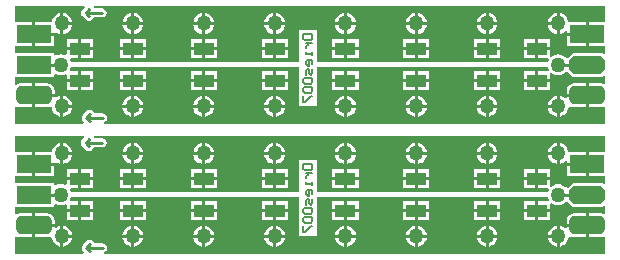
<source format=gbl>
G04 Layer_Physical_Order=2*
G04 Layer_Color=16711680*
%FSLAX23Y23*%
%MOIN*%
G70*
G01*
G75*
%ADD13C,0.010*%
%ADD14C,0.050*%
%ADD15R,0.118X0.060*%
G04:AMPARAMS|DCode=16|XSize=118mil|YSize=60mil|CornerRadius=0mil|HoleSize=0mil|Usage=FLASHONLY|Rotation=0.000|XOffset=0mil|YOffset=0mil|HoleType=Round|Shape=Octagon|*
%AMOCTAGOND16*
4,1,8,0.059,-0.015,0.059,0.015,0.044,0.030,-0.044,0.030,-0.059,0.015,-0.059,-0.015,-0.044,-0.030,0.044,-0.030,0.059,-0.015,0.0*
%
%ADD16OCTAGOND16*%

G04:AMPARAMS|DCode=17|XSize=118mil|YSize=60mil|CornerRadius=15mil|HoleSize=0mil|Usage=FLASHONLY|Rotation=0.000|XOffset=0mil|YOffset=0mil|HoleType=Round|Shape=RoundedRectangle|*
%AMROUNDEDRECTD17*
21,1,0.118,0.030,0,0,0.0*
21,1,0.088,0.060,0,0,0.0*
1,1,0.030,0.044,-0.015*
1,1,0.030,-0.044,-0.015*
1,1,0.030,-0.044,0.015*
1,1,0.030,0.044,0.015*
%
%ADD17ROUNDEDRECTD17*%
%ADD18R,0.067X0.043*%
%ADD19C,0.005*%
G36*
X1777Y188D02*
X1780Y180D01*
X1778Y175D01*
X1745D01*
Y149D01*
X1784D01*
Y167D01*
X1789Y170D01*
X1793Y166D01*
X1802Y163D01*
X1811Y162D01*
X1820Y163D01*
X1829Y166D01*
X1836Y172D01*
X1837Y173D01*
X1844Y174D01*
X1860Y157D01*
X1959D01*
X1964Y162D01*
X1969Y160D01*
Y135D01*
X1964Y133D01*
X1963Y134D01*
X1954Y136D01*
X1914D01*
Y95D01*
Y55D01*
X1954D01*
X1963Y56D01*
X1964Y57D01*
X1969Y55D01*
Y0D01*
X297D01*
X296Y5D01*
X299Y6D01*
X304Y9D01*
X307Y14D01*
X308Y20D01*
X307Y26D01*
X304Y30D01*
X299Y34D01*
X293Y35D01*
X264D01*
X264Y37D01*
X260Y42D01*
X256Y46D01*
X250Y47D01*
X244Y46D01*
X239Y42D01*
X227Y30D01*
X224Y26D01*
X223Y20D01*
X224Y14D01*
X227Y9D01*
X231Y5D01*
X229Y0D01*
X0D01*
Y57D01*
X5Y59D01*
X9Y56D01*
X19Y55D01*
X58D01*
Y95D01*
Y136D01*
X19D01*
X9Y134D01*
X5Y131D01*
X0Y133D01*
Y157D01*
X132D01*
Y164D01*
X137Y166D01*
X144Y163D01*
X154Y162D01*
X163Y163D01*
X168Y165D01*
X173Y162D01*
Y149D01*
X212D01*
Y175D01*
X187D01*
X185Y180D01*
X188Y188D01*
X188Y189D01*
X947D01*
Y59D01*
X1007D01*
Y189D01*
X1777D01*
X1777Y188D01*
D02*
G37*
G36*
X1969Y339D02*
X1914D01*
Y299D01*
Y259D01*
X1969D01*
Y233D01*
X1964Y231D01*
X1959Y237D01*
X1860D01*
X1844Y220D01*
X1837Y221D01*
X1836Y222D01*
X1829Y227D01*
X1820Y231D01*
X1811Y232D01*
X1802Y231D01*
X1793Y227D01*
X1789Y224D01*
X1784Y226D01*
Y245D01*
X1745D01*
Y218D01*
X1778D01*
X1780Y213D01*
X1777Y206D01*
X1777Y205D01*
X1007D01*
Y314D01*
X947D01*
Y205D01*
X188D01*
X188Y206D01*
X185Y213D01*
X187Y218D01*
X212D01*
Y245D01*
X173D01*
Y232D01*
X168Y229D01*
X163Y231D01*
X154Y232D01*
X144Y231D01*
X137Y228D01*
X132Y230D01*
Y237D01*
X0D01*
Y259D01*
X58D01*
Y299D01*
Y339D01*
X0D01*
Y394D01*
X231D01*
X233Y389D01*
X225Y381D01*
X222Y376D01*
X221Y370D01*
X222Y364D01*
X225Y359D01*
X237Y347D01*
X242Y344D01*
X248Y343D01*
X254Y344D01*
X259Y347D01*
X262Y352D01*
X263Y355D01*
X291D01*
X297Y356D01*
X302Y359D01*
X305Y364D01*
X307Y370D01*
X305Y376D01*
X302Y381D01*
X297Y384D01*
X291Y385D01*
X265D01*
X263Y389D01*
X265Y394D01*
X1969D01*
Y339D01*
D02*
G37*
%LPC*%
G36*
X260Y139D02*
X222D01*
Y112D01*
X260D01*
Y139D01*
D02*
G37*
G36*
X212D02*
X173D01*
Y112D01*
X212D01*
Y139D01*
D02*
G37*
G36*
X910Y139D02*
X871D01*
Y112D01*
X910D01*
Y139D01*
D02*
G37*
G36*
X389Y139D02*
X350D01*
Y112D01*
X389D01*
Y139D01*
D02*
G37*
G36*
X673D02*
X635D01*
Y112D01*
X673D01*
Y139D01*
D02*
G37*
G36*
X625D02*
X586D01*
Y112D01*
X625D01*
Y139D01*
D02*
G37*
G36*
X437D02*
X399D01*
Y112D01*
X437D01*
Y139D01*
D02*
G37*
G36*
X1618Y139D02*
X1580D01*
Y112D01*
X1618D01*
Y139D01*
D02*
G37*
G36*
X1334Y139D02*
X1295D01*
Y112D01*
X1334D01*
Y139D01*
D02*
G37*
G36*
X1904Y136D02*
X1865D01*
X1856Y134D01*
X1847Y128D01*
X1842Y120D01*
X1840Y110D01*
Y100D01*
X1904D01*
Y136D01*
D02*
G37*
G36*
X1570Y139D02*
X1531D01*
Y112D01*
X1570D01*
Y139D01*
D02*
G37*
G36*
X1146Y139D02*
X1107D01*
Y112D01*
X1146D01*
Y139D01*
D02*
G37*
G36*
X861Y139D02*
X823D01*
Y112D01*
X861D01*
Y139D01*
D02*
G37*
G36*
X1382Y139D02*
X1344D01*
Y112D01*
X1382D01*
Y139D01*
D02*
G37*
G36*
X1097Y139D02*
X1059D01*
Y112D01*
X1097D01*
Y139D01*
D02*
G37*
G36*
X260Y175D02*
X222D01*
Y149D01*
X260D01*
Y175D01*
D02*
G37*
G36*
X910Y175D02*
X871D01*
Y149D01*
X910D01*
Y175D01*
D02*
G37*
G36*
X861D02*
X823D01*
Y149D01*
X861D01*
Y175D01*
D02*
G37*
G36*
X389Y175D02*
X350D01*
Y149D01*
X389D01*
Y175D01*
D02*
G37*
G36*
X673D02*
X635D01*
Y149D01*
X673D01*
Y175D01*
D02*
G37*
G36*
X625D02*
X586D01*
Y149D01*
X625D01*
Y175D01*
D02*
G37*
G36*
X437D02*
X399D01*
Y149D01*
X437D01*
Y175D01*
D02*
G37*
G36*
X1146Y175D02*
X1107D01*
Y149D01*
X1146D01*
Y175D01*
D02*
G37*
G36*
X1570Y175D02*
X1531D01*
Y149D01*
X1570D01*
Y175D01*
D02*
G37*
G36*
X1784Y139D02*
X1745D01*
Y112D01*
X1784D01*
Y139D01*
D02*
G37*
G36*
X1735D02*
X1697D01*
Y112D01*
X1735D01*
Y139D01*
D02*
G37*
G36*
X1618Y175D02*
X1580D01*
Y149D01*
X1618D01*
Y175D01*
D02*
G37*
G36*
X1097Y175D02*
X1059D01*
Y149D01*
X1097D01*
Y175D01*
D02*
G37*
G36*
X1382Y175D02*
X1344D01*
Y149D01*
X1382D01*
Y175D01*
D02*
G37*
G36*
X1334D02*
X1295D01*
Y149D01*
X1334D01*
Y175D01*
D02*
G37*
G36*
X107Y136D02*
X68D01*
Y100D01*
X133D01*
Y110D01*
X131Y120D01*
X125Y128D01*
X117Y134D01*
X107Y136D01*
D02*
G37*
G36*
X1373Y54D02*
X1344D01*
Y24D01*
X1348Y25D01*
X1356Y28D01*
X1364Y34D01*
X1369Y41D01*
X1373Y50D01*
X1373Y54D01*
D02*
G37*
G36*
X1334D02*
X1304D01*
X1304Y50D01*
X1308Y41D01*
X1314Y34D01*
X1321Y28D01*
X1329Y25D01*
X1334Y24D01*
Y54D01*
D02*
G37*
G36*
X1137D02*
X1107D01*
Y24D01*
X1111Y25D01*
X1120Y28D01*
X1127Y34D01*
X1133Y41D01*
X1136Y50D01*
X1137Y54D01*
D02*
G37*
G36*
X1570D02*
X1540D01*
X1541Y50D01*
X1544Y41D01*
X1550Y34D01*
X1557Y28D01*
X1566Y25D01*
X1570Y24D01*
Y54D01*
D02*
G37*
G36*
X1816Y94D02*
Y59D01*
Y24D01*
X1820Y25D01*
X1829Y28D01*
X1836Y34D01*
X1842Y41D01*
X1845Y50D01*
X1846Y57D01*
X1851Y59D01*
X1851Y59D01*
X1856Y56D01*
X1865Y55D01*
X1904D01*
Y90D01*
X1840D01*
Y87D01*
X1839Y86D01*
X1835Y85D01*
X1829Y90D01*
X1820Y93D01*
X1816Y94D01*
D02*
G37*
G36*
X1806Y54D02*
X1776D01*
X1777Y50D01*
X1780Y41D01*
X1786Y34D01*
X1793Y28D01*
X1802Y25D01*
X1806Y24D01*
Y54D01*
D02*
G37*
G36*
X1609D02*
X1580D01*
Y24D01*
X1584Y25D01*
X1592Y28D01*
X1600Y34D01*
X1605Y41D01*
X1609Y50D01*
X1609Y54D01*
D02*
G37*
G36*
X1097D02*
X1068D01*
X1068Y50D01*
X1072Y41D01*
X1077Y34D01*
X1085Y28D01*
X1093Y25D01*
X1097Y24D01*
Y54D01*
D02*
G37*
G36*
X428D02*
X399D01*
Y24D01*
X403Y25D01*
X411Y28D01*
X419Y34D01*
X424Y41D01*
X428Y50D01*
X428Y54D01*
D02*
G37*
G36*
X389D02*
X359D01*
X360Y50D01*
X363Y41D01*
X369Y34D01*
X376Y28D01*
X385Y25D01*
X389Y24D01*
Y54D01*
D02*
G37*
G36*
X192D02*
X162D01*
Y24D01*
X167Y25D01*
X175Y28D01*
X182Y34D01*
X188Y41D01*
X192Y50D01*
X192Y54D01*
D02*
G37*
G36*
X625D02*
X595D01*
X596Y50D01*
X599Y41D01*
X605Y34D01*
X612Y28D01*
X621Y25D01*
X625Y24D01*
Y54D01*
D02*
G37*
G36*
X901D02*
X871D01*
Y24D01*
X875Y25D01*
X884Y28D01*
X891Y34D01*
X897Y41D01*
X900Y50D01*
X901Y54D01*
D02*
G37*
G36*
X861D02*
X831D01*
X832Y50D01*
X836Y41D01*
X841Y34D01*
X848Y28D01*
X857Y25D01*
X861Y24D01*
Y54D01*
D02*
G37*
G36*
X665D02*
X635D01*
Y24D01*
X639Y25D01*
X648Y28D01*
X655Y34D01*
X660Y41D01*
X664Y50D01*
X665Y54D01*
D02*
G37*
G36*
X1344Y94D02*
Y64D01*
X1373D01*
X1373Y68D01*
X1369Y77D01*
X1364Y84D01*
X1356Y90D01*
X1348Y93D01*
X1344Y94D01*
D02*
G37*
G36*
X1334D02*
X1329Y93D01*
X1321Y90D01*
X1314Y84D01*
X1308Y77D01*
X1304Y68D01*
X1304Y64D01*
X1334D01*
Y94D01*
D02*
G37*
G36*
X1107D02*
Y64D01*
X1137D01*
X1136Y68D01*
X1133Y77D01*
X1127Y84D01*
X1120Y90D01*
X1111Y93D01*
X1107Y94D01*
D02*
G37*
G36*
X1570D02*
X1566Y93D01*
X1557Y90D01*
X1550Y84D01*
X1544Y77D01*
X1541Y68D01*
X1540Y64D01*
X1570D01*
Y94D01*
D02*
G37*
G36*
X152D02*
X148Y93D01*
X140Y90D01*
X137Y87D01*
X133Y90D01*
Y90D01*
X68D01*
Y55D01*
X107D01*
X117Y56D01*
X117Y57D01*
X123Y54D01*
X123Y50D01*
X127Y41D01*
X133Y34D01*
X140Y28D01*
X148Y25D01*
X152Y24D01*
Y59D01*
Y94D01*
D02*
G37*
G36*
X1806D02*
X1802Y93D01*
X1793Y90D01*
X1786Y84D01*
X1780Y77D01*
X1777Y68D01*
X1776Y64D01*
X1806D01*
Y94D01*
D02*
G37*
G36*
X1580D02*
Y64D01*
X1609D01*
X1609Y68D01*
X1605Y77D01*
X1600Y84D01*
X1592Y90D01*
X1584Y93D01*
X1580Y94D01*
D02*
G37*
G36*
X1097D02*
X1093Y93D01*
X1085Y90D01*
X1077Y84D01*
X1072Y77D01*
X1068Y68D01*
X1068Y64D01*
X1097D01*
Y94D01*
D02*
G37*
G36*
X399D02*
Y64D01*
X428D01*
X428Y68D01*
X424Y77D01*
X419Y84D01*
X411Y90D01*
X403Y93D01*
X399Y94D01*
D02*
G37*
G36*
X389D02*
X385Y93D01*
X376Y90D01*
X369Y84D01*
X363Y77D01*
X360Y68D01*
X359Y64D01*
X389D01*
Y94D01*
D02*
G37*
G36*
X162D02*
Y64D01*
X192D01*
X192Y68D01*
X188Y77D01*
X182Y84D01*
X175Y90D01*
X167Y93D01*
X162Y94D01*
D02*
G37*
G36*
X625D02*
X621Y93D01*
X612Y90D01*
X605Y84D01*
X599Y77D01*
X596Y68D01*
X595Y64D01*
X625D01*
Y94D01*
D02*
G37*
G36*
X871D02*
Y64D01*
X901D01*
X900Y68D01*
X897Y77D01*
X891Y84D01*
X884Y90D01*
X875Y93D01*
X871Y94D01*
D02*
G37*
G36*
X861D02*
X857Y93D01*
X848Y90D01*
X841Y84D01*
X836Y77D01*
X832Y68D01*
X831Y64D01*
X861D01*
Y94D01*
D02*
G37*
G36*
X635D02*
Y64D01*
X665D01*
X664Y68D01*
X660Y77D01*
X655Y84D01*
X648Y90D01*
X639Y93D01*
X635Y94D01*
D02*
G37*
G36*
X1735Y175D02*
X1697D01*
Y149D01*
X1735D01*
Y175D01*
D02*
G37*
G36*
X1137Y330D02*
X1107D01*
Y300D01*
X1111Y301D01*
X1120Y304D01*
X1127Y310D01*
X1133Y317D01*
X1136Y326D01*
X1137Y330D01*
D02*
G37*
G36*
X1097D02*
X1068D01*
X1068Y326D01*
X1072Y317D01*
X1077Y310D01*
X1085Y304D01*
X1093Y301D01*
X1097Y300D01*
Y330D01*
D02*
G37*
G36*
X901D02*
X871D01*
Y300D01*
X875Y301D01*
X884Y304D01*
X891Y310D01*
X897Y317D01*
X900Y326D01*
X901Y330D01*
D02*
G37*
G36*
X1334D02*
X1304D01*
X1304Y326D01*
X1308Y317D01*
X1314Y310D01*
X1321Y304D01*
X1329Y301D01*
X1334Y300D01*
Y330D01*
D02*
G37*
G36*
X1609D02*
X1580D01*
Y300D01*
X1584Y301D01*
X1592Y304D01*
X1600Y310D01*
X1605Y317D01*
X1609Y326D01*
X1609Y330D01*
D02*
G37*
G36*
X1570D02*
X1540D01*
X1541Y326D01*
X1544Y317D01*
X1550Y310D01*
X1557Y304D01*
X1566Y301D01*
X1570Y300D01*
Y330D01*
D02*
G37*
G36*
X1373D02*
X1344D01*
Y300D01*
X1348Y301D01*
X1356Y304D01*
X1364Y310D01*
X1369Y317D01*
X1373Y326D01*
X1373Y330D01*
D02*
G37*
G36*
X861D02*
X831D01*
X832Y326D01*
X836Y317D01*
X841Y310D01*
X848Y304D01*
X857Y301D01*
X861Y300D01*
Y330D01*
D02*
G37*
G36*
X192D02*
X162D01*
Y300D01*
X167Y301D01*
X175Y304D01*
X182Y310D01*
X188Y317D01*
X192Y326D01*
X192Y330D01*
D02*
G37*
G36*
X152Y369D02*
X148Y369D01*
X140Y365D01*
X133Y360D01*
X127Y352D01*
X123Y344D01*
X123Y339D01*
X68D01*
Y304D01*
X133D01*
X137Y306D01*
X140Y304D01*
X148Y301D01*
X152Y300D01*
Y335D01*
Y369D01*
D02*
G37*
G36*
X1904Y294D02*
X1840D01*
Y259D01*
X1904D01*
Y294D01*
D02*
G37*
G36*
X389Y330D02*
X359D01*
X360Y326D01*
X363Y317D01*
X369Y310D01*
X376Y304D01*
X385Y301D01*
X389Y300D01*
Y330D01*
D02*
G37*
G36*
X665D02*
X635D01*
Y300D01*
X639Y301D01*
X648Y304D01*
X655Y310D01*
X660Y317D01*
X664Y326D01*
X665Y330D01*
D02*
G37*
G36*
X625D02*
X595D01*
X596Y326D01*
X599Y317D01*
X605Y310D01*
X612Y304D01*
X621Y301D01*
X625Y300D01*
Y330D01*
D02*
G37*
G36*
X428D02*
X399D01*
Y300D01*
X403Y301D01*
X411Y304D01*
X419Y310D01*
X424Y317D01*
X428Y326D01*
X428Y330D01*
D02*
G37*
G36*
X1806D02*
X1776D01*
X1777Y326D01*
X1780Y317D01*
X1786Y310D01*
X1793Y304D01*
X1802Y301D01*
X1806Y300D01*
Y330D01*
D02*
G37*
G36*
X1334Y369D02*
X1329Y369D01*
X1321Y365D01*
X1314Y360D01*
X1308Y352D01*
X1304Y344D01*
X1304Y340D01*
X1334D01*
Y369D01*
D02*
G37*
G36*
X1107D02*
Y340D01*
X1137D01*
X1136Y344D01*
X1133Y352D01*
X1127Y360D01*
X1120Y365D01*
X1111Y369D01*
X1107Y369D01*
D02*
G37*
G36*
X1097D02*
X1093Y369D01*
X1085Y365D01*
X1077Y360D01*
X1072Y352D01*
X1068Y344D01*
X1068Y340D01*
X1097D01*
Y369D01*
D02*
G37*
G36*
X1344D02*
Y340D01*
X1373D01*
X1373Y344D01*
X1369Y352D01*
X1364Y360D01*
X1356Y365D01*
X1348Y369D01*
X1344Y369D01*
D02*
G37*
G36*
X1806D02*
X1802Y369D01*
X1793Y365D01*
X1786Y360D01*
X1780Y352D01*
X1777Y344D01*
X1776Y340D01*
X1806D01*
Y369D01*
D02*
G37*
G36*
X1580D02*
Y340D01*
X1609D01*
X1609Y344D01*
X1605Y352D01*
X1600Y360D01*
X1592Y365D01*
X1584Y369D01*
X1580Y369D01*
D02*
G37*
G36*
X1570D02*
X1566Y369D01*
X1557Y365D01*
X1550Y360D01*
X1544Y352D01*
X1541Y344D01*
X1540Y340D01*
X1570D01*
Y369D01*
D02*
G37*
G36*
X871D02*
Y340D01*
X901D01*
X900Y344D01*
X897Y352D01*
X891Y360D01*
X884Y365D01*
X875Y369D01*
X871Y369D01*
D02*
G37*
G36*
X389D02*
X385Y369D01*
X376Y365D01*
X369Y360D01*
X363Y352D01*
X360Y344D01*
X359Y340D01*
X389D01*
Y369D01*
D02*
G37*
G36*
X162D02*
Y340D01*
X192D01*
X192Y344D01*
X188Y352D01*
X182Y360D01*
X175Y365D01*
X167Y369D01*
X162Y369D01*
D02*
G37*
G36*
X1816D02*
Y335D01*
Y300D01*
X1820Y301D01*
X1829Y304D01*
X1835Y309D01*
X1840Y308D01*
Y304D01*
X1904D01*
Y339D01*
X1846D01*
X1845Y344D01*
X1842Y352D01*
X1836Y360D01*
X1829Y365D01*
X1820Y369D01*
X1816Y369D01*
D02*
G37*
G36*
X399D02*
Y340D01*
X428D01*
X428Y344D01*
X424Y352D01*
X419Y360D01*
X411Y365D01*
X403Y369D01*
X399Y369D01*
D02*
G37*
G36*
X861D02*
X857Y369D01*
X848Y365D01*
X841Y360D01*
X836Y352D01*
X832Y344D01*
X831Y340D01*
X861D01*
Y369D01*
D02*
G37*
G36*
X635D02*
Y340D01*
X665D01*
X664Y344D01*
X660Y352D01*
X655Y360D01*
X648Y365D01*
X639Y369D01*
X635Y369D01*
D02*
G37*
G36*
X625D02*
X621Y369D01*
X612Y365D01*
X605Y360D01*
X599Y352D01*
X596Y344D01*
X595Y340D01*
X625D01*
Y369D01*
D02*
G37*
G36*
X437Y245D02*
X399D01*
Y218D01*
X437D01*
Y245D01*
D02*
G37*
G36*
X389D02*
X350D01*
Y218D01*
X389D01*
Y245D01*
D02*
G37*
G36*
X260D02*
X222D01*
Y218D01*
X260D01*
Y245D01*
D02*
G37*
G36*
X625D02*
X586D01*
Y218D01*
X625D01*
Y245D01*
D02*
G37*
G36*
X1570Y282D02*
X1531D01*
Y255D01*
X1570D01*
Y282D01*
D02*
G37*
G36*
X1735Y245D02*
X1697D01*
Y218D01*
X1735D01*
Y245D01*
D02*
G37*
G36*
X673D02*
X635D01*
Y218D01*
X673D01*
Y245D01*
D02*
G37*
G36*
X910Y245D02*
X871D01*
Y218D01*
X910D01*
Y245D01*
D02*
G37*
G36*
X1334Y245D02*
X1295D01*
Y218D01*
X1334D01*
Y245D01*
D02*
G37*
G36*
X1618Y245D02*
X1580D01*
Y218D01*
X1618D01*
Y245D01*
D02*
G37*
G36*
X1570D02*
X1531D01*
Y218D01*
X1570D01*
Y245D01*
D02*
G37*
G36*
X1382Y245D02*
X1344D01*
Y218D01*
X1382D01*
Y245D01*
D02*
G37*
G36*
X861Y245D02*
X823D01*
Y218D01*
X861D01*
Y245D01*
D02*
G37*
G36*
X1146Y245D02*
X1107D01*
Y218D01*
X1146D01*
Y245D01*
D02*
G37*
G36*
X1097D02*
X1059D01*
Y218D01*
X1097D01*
Y245D01*
D02*
G37*
G36*
X1618Y282D02*
X1580D01*
Y255D01*
X1618D01*
Y282D01*
D02*
G37*
G36*
X625Y282D02*
X586D01*
Y255D01*
X625D01*
Y282D01*
D02*
G37*
G36*
X437D02*
X399D01*
Y255D01*
X437D01*
Y282D01*
D02*
G37*
G36*
X389D02*
X350D01*
Y255D01*
X389D01*
Y282D01*
D02*
G37*
G36*
X673D02*
X635D01*
Y255D01*
X673D01*
Y282D01*
D02*
G37*
G36*
X132Y294D02*
X68D01*
Y259D01*
X132D01*
Y294D01*
D02*
G37*
G36*
X1784Y282D02*
X1745D01*
Y255D01*
X1784D01*
Y282D01*
D02*
G37*
G36*
X1735D02*
X1697D01*
Y255D01*
X1735D01*
Y282D01*
D02*
G37*
G36*
X260D02*
X222D01*
Y255D01*
X260D01*
Y282D01*
D02*
G37*
G36*
X1097Y282D02*
X1059D01*
Y255D01*
X1097D01*
Y282D01*
D02*
G37*
G36*
X1382Y282D02*
X1344D01*
Y255D01*
X1382D01*
Y282D01*
D02*
G37*
G36*
X1334D02*
X1295D01*
Y255D01*
X1334D01*
Y282D01*
D02*
G37*
G36*
X1146Y282D02*
X1107D01*
Y255D01*
X1146D01*
Y282D01*
D02*
G37*
G36*
X212Y282D02*
X173D01*
Y255D01*
X212D01*
Y282D01*
D02*
G37*
G36*
X910Y282D02*
X871D01*
Y255D01*
X910D01*
Y282D01*
D02*
G37*
G36*
X861D02*
X823D01*
Y255D01*
X861D01*
Y282D01*
D02*
G37*
%LPD*%
G36*
X1777Y621D02*
X1780Y613D01*
X1778Y608D01*
X1745D01*
Y582D01*
X1784D01*
Y601D01*
X1789Y603D01*
X1793Y599D01*
X1802Y596D01*
X1811Y595D01*
X1820Y596D01*
X1829Y599D01*
X1836Y605D01*
X1837Y606D01*
X1844Y607D01*
X1860Y590D01*
X1959D01*
X1964Y595D01*
X1969Y593D01*
Y568D01*
X1964Y566D01*
X1963Y567D01*
X1954Y569D01*
X1914D01*
Y528D01*
Y488D01*
X1954D01*
X1963Y490D01*
X1964Y490D01*
X1969Y488D01*
Y433D01*
X297D01*
X296Y438D01*
X299Y439D01*
X304Y442D01*
X307Y447D01*
X308Y453D01*
X307Y459D01*
X304Y464D01*
X299Y467D01*
X293Y468D01*
X264D01*
X264Y470D01*
X260Y475D01*
X256Y479D01*
X250Y480D01*
X244Y479D01*
X239Y475D01*
X227Y464D01*
X224Y459D01*
X223Y453D01*
X224Y447D01*
X227Y442D01*
X231Y438D01*
X229Y433D01*
X0D01*
Y490D01*
X5Y492D01*
X9Y490D01*
X19Y488D01*
X58D01*
Y528D01*
Y569D01*
X19D01*
X9Y567D01*
X5Y564D01*
X0Y567D01*
Y590D01*
X132D01*
Y597D01*
X137Y599D01*
X144Y596D01*
X154Y595D01*
X163Y596D01*
X168Y598D01*
X173Y595D01*
Y582D01*
X212D01*
Y608D01*
X187D01*
X185Y613D01*
X188Y621D01*
X188Y622D01*
X947D01*
Y492D01*
X1007D01*
Y622D01*
X1777D01*
X1777Y621D01*
D02*
G37*
G36*
X1969Y772D02*
X1914D01*
Y732D01*
Y692D01*
X1969D01*
Y666D01*
X1964Y665D01*
X1959Y670D01*
X1860D01*
X1844Y653D01*
X1837Y654D01*
X1836Y655D01*
X1829Y660D01*
X1820Y664D01*
X1811Y665D01*
X1802Y664D01*
X1793Y660D01*
X1789Y657D01*
X1784Y659D01*
Y678D01*
X1745D01*
Y651D01*
X1778D01*
X1780Y646D01*
X1777Y639D01*
X1777Y638D01*
X1007D01*
Y747D01*
X947D01*
Y638D01*
X188D01*
X188Y639D01*
X185Y646D01*
X187Y651D01*
X212D01*
Y678D01*
X173D01*
Y665D01*
X168Y662D01*
X163Y664D01*
X154Y665D01*
X144Y664D01*
X137Y661D01*
X132Y663D01*
Y670D01*
X0D01*
Y692D01*
X58D01*
Y732D01*
Y772D01*
X0D01*
Y827D01*
X231D01*
X233Y822D01*
X225Y814D01*
X222Y809D01*
X221Y803D01*
X222Y797D01*
X225Y792D01*
X237Y781D01*
X242Y777D01*
X248Y776D01*
X254Y777D01*
X259Y781D01*
X262Y785D01*
X263Y788D01*
X291D01*
X297Y789D01*
X302Y792D01*
X305Y797D01*
X307Y803D01*
X305Y809D01*
X302Y814D01*
X297Y817D01*
X291Y818D01*
X265D01*
X263Y822D01*
X265Y827D01*
X1969D01*
Y772D01*
D02*
G37*
%LPC*%
G36*
X260Y572D02*
X222D01*
Y545D01*
X260D01*
Y572D01*
D02*
G37*
G36*
X212D02*
X173D01*
Y545D01*
X212D01*
Y572D01*
D02*
G37*
G36*
X910Y572D02*
X871D01*
Y545D01*
X910D01*
Y572D01*
D02*
G37*
G36*
X389Y572D02*
X350D01*
Y545D01*
X389D01*
Y572D01*
D02*
G37*
G36*
X673D02*
X635D01*
Y545D01*
X673D01*
Y572D01*
D02*
G37*
G36*
X625D02*
X586D01*
Y545D01*
X625D01*
Y572D01*
D02*
G37*
G36*
X437D02*
X399D01*
Y545D01*
X437D01*
Y572D01*
D02*
G37*
G36*
X1618Y572D02*
X1580D01*
Y545D01*
X1618D01*
Y572D01*
D02*
G37*
G36*
X1334Y572D02*
X1295D01*
Y545D01*
X1334D01*
Y572D01*
D02*
G37*
G36*
X1904Y569D02*
X1865D01*
X1856Y567D01*
X1847Y561D01*
X1842Y553D01*
X1840Y543D01*
Y533D01*
X1904D01*
Y569D01*
D02*
G37*
G36*
X1570Y572D02*
X1531D01*
Y545D01*
X1570D01*
Y572D01*
D02*
G37*
G36*
X1146Y572D02*
X1107D01*
Y545D01*
X1146D01*
Y572D01*
D02*
G37*
G36*
X861Y572D02*
X823D01*
Y545D01*
X861D01*
Y572D01*
D02*
G37*
G36*
X1382Y572D02*
X1344D01*
Y545D01*
X1382D01*
Y572D01*
D02*
G37*
G36*
X1097Y572D02*
X1059D01*
Y545D01*
X1097D01*
Y572D01*
D02*
G37*
G36*
X260Y608D02*
X222D01*
Y582D01*
X260D01*
Y608D01*
D02*
G37*
G36*
X910Y608D02*
X871D01*
Y582D01*
X910D01*
Y608D01*
D02*
G37*
G36*
X861D02*
X823D01*
Y582D01*
X861D01*
Y608D01*
D02*
G37*
G36*
X389Y608D02*
X350D01*
Y582D01*
X389D01*
Y608D01*
D02*
G37*
G36*
X673D02*
X635D01*
Y582D01*
X673D01*
Y608D01*
D02*
G37*
G36*
X625D02*
X586D01*
Y582D01*
X625D01*
Y608D01*
D02*
G37*
G36*
X437D02*
X399D01*
Y582D01*
X437D01*
Y608D01*
D02*
G37*
G36*
X1146Y608D02*
X1107D01*
Y582D01*
X1146D01*
Y608D01*
D02*
G37*
G36*
X1570Y608D02*
X1531D01*
Y582D01*
X1570D01*
Y608D01*
D02*
G37*
G36*
X1784Y572D02*
X1745D01*
Y545D01*
X1784D01*
Y572D01*
D02*
G37*
G36*
X1735D02*
X1697D01*
Y545D01*
X1735D01*
Y572D01*
D02*
G37*
G36*
X1618Y608D02*
X1580D01*
Y582D01*
X1618D01*
Y608D01*
D02*
G37*
G36*
X1097Y608D02*
X1059D01*
Y582D01*
X1097D01*
Y608D01*
D02*
G37*
G36*
X1382Y608D02*
X1344D01*
Y582D01*
X1382D01*
Y608D01*
D02*
G37*
G36*
X1334D02*
X1295D01*
Y582D01*
X1334D01*
Y608D01*
D02*
G37*
G36*
X107Y569D02*
X68D01*
Y533D01*
X133D01*
Y543D01*
X131Y553D01*
X125Y561D01*
X117Y567D01*
X107Y569D01*
D02*
G37*
G36*
X1373Y487D02*
X1344D01*
Y457D01*
X1348Y458D01*
X1356Y462D01*
X1364Y467D01*
X1369Y474D01*
X1373Y483D01*
X1373Y487D01*
D02*
G37*
G36*
X1334D02*
X1304D01*
X1304Y483D01*
X1308Y474D01*
X1314Y467D01*
X1321Y462D01*
X1329Y458D01*
X1334Y457D01*
Y487D01*
D02*
G37*
G36*
X1137D02*
X1107D01*
Y457D01*
X1111Y458D01*
X1120Y462D01*
X1127Y467D01*
X1133Y474D01*
X1136Y483D01*
X1137Y487D01*
D02*
G37*
G36*
X1570D02*
X1540D01*
X1541Y483D01*
X1544Y474D01*
X1550Y467D01*
X1557Y462D01*
X1566Y458D01*
X1570Y457D01*
Y487D01*
D02*
G37*
G36*
X1816Y527D02*
Y492D01*
Y457D01*
X1820Y458D01*
X1829Y462D01*
X1836Y467D01*
X1842Y474D01*
X1845Y483D01*
X1846Y490D01*
X1851Y492D01*
X1851Y493D01*
X1856Y490D01*
X1865Y488D01*
X1904D01*
Y523D01*
X1840D01*
Y520D01*
X1839Y519D01*
X1835Y518D01*
X1829Y523D01*
X1820Y526D01*
X1816Y527D01*
D02*
G37*
G36*
X1806Y487D02*
X1776D01*
X1777Y483D01*
X1780Y474D01*
X1786Y467D01*
X1793Y462D01*
X1802Y458D01*
X1806Y457D01*
Y487D01*
D02*
G37*
G36*
X1609D02*
X1580D01*
Y457D01*
X1584Y458D01*
X1592Y462D01*
X1600Y467D01*
X1605Y474D01*
X1609Y483D01*
X1609Y487D01*
D02*
G37*
G36*
X1097D02*
X1068D01*
X1068Y483D01*
X1072Y474D01*
X1077Y467D01*
X1085Y462D01*
X1093Y458D01*
X1097Y457D01*
Y487D01*
D02*
G37*
G36*
X428D02*
X399D01*
Y457D01*
X403Y458D01*
X411Y462D01*
X419Y467D01*
X424Y474D01*
X428Y483D01*
X428Y487D01*
D02*
G37*
G36*
X389D02*
X359D01*
X360Y483D01*
X363Y474D01*
X369Y467D01*
X376Y462D01*
X385Y458D01*
X389Y457D01*
Y487D01*
D02*
G37*
G36*
X192D02*
X162D01*
Y457D01*
X167Y458D01*
X175Y462D01*
X182Y467D01*
X188Y474D01*
X192Y483D01*
X192Y487D01*
D02*
G37*
G36*
X625D02*
X595D01*
X596Y483D01*
X599Y474D01*
X605Y467D01*
X612Y462D01*
X621Y458D01*
X625Y457D01*
Y487D01*
D02*
G37*
G36*
X901D02*
X871D01*
Y457D01*
X875Y458D01*
X884Y462D01*
X891Y467D01*
X897Y474D01*
X900Y483D01*
X901Y487D01*
D02*
G37*
G36*
X861D02*
X831D01*
X832Y483D01*
X836Y474D01*
X841Y467D01*
X848Y462D01*
X857Y458D01*
X861Y457D01*
Y487D01*
D02*
G37*
G36*
X665D02*
X635D01*
Y457D01*
X639Y458D01*
X648Y462D01*
X655Y467D01*
X660Y474D01*
X664Y483D01*
X665Y487D01*
D02*
G37*
G36*
X1344Y527D02*
Y497D01*
X1373D01*
X1373Y501D01*
X1369Y510D01*
X1364Y517D01*
X1356Y523D01*
X1348Y526D01*
X1344Y527D01*
D02*
G37*
G36*
X1334D02*
X1329Y526D01*
X1321Y523D01*
X1314Y517D01*
X1308Y510D01*
X1304Y501D01*
X1304Y497D01*
X1334D01*
Y527D01*
D02*
G37*
G36*
X1107D02*
Y497D01*
X1137D01*
X1136Y501D01*
X1133Y510D01*
X1127Y517D01*
X1120Y523D01*
X1111Y526D01*
X1107Y527D01*
D02*
G37*
G36*
X1570D02*
X1566Y526D01*
X1557Y523D01*
X1550Y517D01*
X1544Y510D01*
X1541Y501D01*
X1540Y497D01*
X1570D01*
Y527D01*
D02*
G37*
G36*
X152D02*
X148Y526D01*
X140Y523D01*
X137Y521D01*
X133Y523D01*
Y523D01*
X68D01*
Y488D01*
X107D01*
X117Y490D01*
X117Y490D01*
X123Y488D01*
X123Y483D01*
X127Y474D01*
X133Y467D01*
X140Y462D01*
X148Y458D01*
X152Y457D01*
Y492D01*
Y527D01*
D02*
G37*
G36*
X1806D02*
X1802Y526D01*
X1793Y523D01*
X1786Y517D01*
X1780Y510D01*
X1777Y501D01*
X1776Y497D01*
X1806D01*
Y527D01*
D02*
G37*
G36*
X1580D02*
Y497D01*
X1609D01*
X1609Y501D01*
X1605Y510D01*
X1600Y517D01*
X1592Y523D01*
X1584Y526D01*
X1580Y527D01*
D02*
G37*
G36*
X1097D02*
X1093Y526D01*
X1085Y523D01*
X1077Y517D01*
X1072Y510D01*
X1068Y501D01*
X1068Y497D01*
X1097D01*
Y527D01*
D02*
G37*
G36*
X399D02*
Y497D01*
X428D01*
X428Y501D01*
X424Y510D01*
X419Y517D01*
X411Y523D01*
X403Y526D01*
X399Y527D01*
D02*
G37*
G36*
X389D02*
X385Y526D01*
X376Y523D01*
X369Y517D01*
X363Y510D01*
X360Y501D01*
X359Y497D01*
X389D01*
Y527D01*
D02*
G37*
G36*
X162D02*
Y497D01*
X192D01*
X192Y501D01*
X188Y510D01*
X182Y517D01*
X175Y523D01*
X167Y526D01*
X162Y527D01*
D02*
G37*
G36*
X625D02*
X621Y526D01*
X612Y523D01*
X605Y517D01*
X599Y510D01*
X596Y501D01*
X595Y497D01*
X625D01*
Y527D01*
D02*
G37*
G36*
X871D02*
Y497D01*
X901D01*
X900Y501D01*
X897Y510D01*
X891Y517D01*
X884Y523D01*
X875Y526D01*
X871Y527D01*
D02*
G37*
G36*
X861D02*
X857Y526D01*
X848Y523D01*
X841Y517D01*
X836Y510D01*
X832Y501D01*
X831Y497D01*
X861D01*
Y527D01*
D02*
G37*
G36*
X635D02*
Y497D01*
X665D01*
X664Y501D01*
X660Y510D01*
X655Y517D01*
X648Y523D01*
X639Y526D01*
X635Y527D01*
D02*
G37*
G36*
X1735Y608D02*
X1697D01*
Y582D01*
X1735D01*
Y608D01*
D02*
G37*
G36*
X1137Y763D02*
X1107D01*
Y733D01*
X1111Y734D01*
X1120Y737D01*
X1127Y743D01*
X1133Y750D01*
X1136Y759D01*
X1137Y763D01*
D02*
G37*
G36*
X1097D02*
X1068D01*
X1068Y759D01*
X1072Y750D01*
X1077Y743D01*
X1085Y737D01*
X1093Y734D01*
X1097Y733D01*
Y763D01*
D02*
G37*
G36*
X901D02*
X871D01*
Y733D01*
X875Y734D01*
X884Y737D01*
X891Y743D01*
X897Y750D01*
X900Y759D01*
X901Y763D01*
D02*
G37*
G36*
X1334D02*
X1304D01*
X1304Y759D01*
X1308Y750D01*
X1314Y743D01*
X1321Y737D01*
X1329Y734D01*
X1334Y733D01*
Y763D01*
D02*
G37*
G36*
X1609D02*
X1580D01*
Y733D01*
X1584Y734D01*
X1592Y737D01*
X1600Y743D01*
X1605Y750D01*
X1609Y759D01*
X1609Y763D01*
D02*
G37*
G36*
X1570D02*
X1540D01*
X1541Y759D01*
X1544Y750D01*
X1550Y743D01*
X1557Y737D01*
X1566Y734D01*
X1570Y733D01*
Y763D01*
D02*
G37*
G36*
X1373D02*
X1344D01*
Y733D01*
X1348Y734D01*
X1356Y737D01*
X1364Y743D01*
X1369Y750D01*
X1373Y759D01*
X1373Y763D01*
D02*
G37*
G36*
X861D02*
X831D01*
X832Y759D01*
X836Y750D01*
X841Y743D01*
X848Y737D01*
X857Y734D01*
X861Y733D01*
Y763D01*
D02*
G37*
G36*
X192D02*
X162D01*
Y733D01*
X167Y734D01*
X175Y737D01*
X182Y743D01*
X188Y750D01*
X192Y759D01*
X192Y763D01*
D02*
G37*
G36*
X152Y802D02*
X148Y802D01*
X140Y798D01*
X133Y793D01*
X127Y785D01*
X123Y777D01*
X123Y772D01*
X68D01*
Y737D01*
X133D01*
X137Y739D01*
X140Y737D01*
X148Y734D01*
X152Y733D01*
Y768D01*
Y802D01*
D02*
G37*
G36*
X1904Y727D02*
X1840D01*
Y692D01*
X1904D01*
Y727D01*
D02*
G37*
G36*
X389Y763D02*
X359D01*
X360Y759D01*
X363Y750D01*
X369Y743D01*
X376Y737D01*
X385Y734D01*
X389Y733D01*
Y763D01*
D02*
G37*
G36*
X665D02*
X635D01*
Y733D01*
X639Y734D01*
X648Y737D01*
X655Y743D01*
X660Y750D01*
X664Y759D01*
X665Y763D01*
D02*
G37*
G36*
X625D02*
X595D01*
X596Y759D01*
X599Y750D01*
X605Y743D01*
X612Y737D01*
X621Y734D01*
X625Y733D01*
Y763D01*
D02*
G37*
G36*
X428D02*
X399D01*
Y733D01*
X403Y734D01*
X411Y737D01*
X419Y743D01*
X424Y750D01*
X428Y759D01*
X428Y763D01*
D02*
G37*
G36*
X1806D02*
X1776D01*
X1777Y759D01*
X1780Y750D01*
X1786Y743D01*
X1793Y737D01*
X1802Y734D01*
X1806Y733D01*
Y763D01*
D02*
G37*
G36*
X1334Y802D02*
X1329Y802D01*
X1321Y798D01*
X1314Y793D01*
X1308Y785D01*
X1304Y777D01*
X1304Y773D01*
X1334D01*
Y802D01*
D02*
G37*
G36*
X1107D02*
Y773D01*
X1137D01*
X1136Y777D01*
X1133Y785D01*
X1127Y793D01*
X1120Y798D01*
X1111Y802D01*
X1107Y802D01*
D02*
G37*
G36*
X1097D02*
X1093Y802D01*
X1085Y798D01*
X1077Y793D01*
X1072Y785D01*
X1068Y777D01*
X1068Y773D01*
X1097D01*
Y802D01*
D02*
G37*
G36*
X1344D02*
Y773D01*
X1373D01*
X1373Y777D01*
X1369Y785D01*
X1364Y793D01*
X1356Y798D01*
X1348Y802D01*
X1344Y802D01*
D02*
G37*
G36*
X1806D02*
X1802Y802D01*
X1793Y798D01*
X1786Y793D01*
X1780Y785D01*
X1777Y777D01*
X1776Y773D01*
X1806D01*
Y802D01*
D02*
G37*
G36*
X1580D02*
Y773D01*
X1609D01*
X1609Y777D01*
X1605Y785D01*
X1600Y793D01*
X1592Y798D01*
X1584Y802D01*
X1580Y802D01*
D02*
G37*
G36*
X1570D02*
X1566Y802D01*
X1557Y798D01*
X1550Y793D01*
X1544Y785D01*
X1541Y777D01*
X1540Y773D01*
X1570D01*
Y802D01*
D02*
G37*
G36*
X871D02*
Y773D01*
X901D01*
X900Y777D01*
X897Y785D01*
X891Y793D01*
X884Y798D01*
X875Y802D01*
X871Y802D01*
D02*
G37*
G36*
X389D02*
X385Y802D01*
X376Y798D01*
X369Y793D01*
X363Y785D01*
X360Y777D01*
X359Y773D01*
X389D01*
Y802D01*
D02*
G37*
G36*
X162D02*
Y773D01*
X192D01*
X192Y777D01*
X188Y785D01*
X182Y793D01*
X175Y798D01*
X167Y802D01*
X162Y802D01*
D02*
G37*
G36*
X1816D02*
Y768D01*
Y733D01*
X1820Y734D01*
X1829Y737D01*
X1835Y742D01*
X1840Y741D01*
Y737D01*
X1904D01*
Y772D01*
X1846D01*
X1845Y777D01*
X1842Y785D01*
X1836Y793D01*
X1829Y798D01*
X1820Y802D01*
X1816Y802D01*
D02*
G37*
G36*
X399D02*
Y773D01*
X428D01*
X428Y777D01*
X424Y785D01*
X419Y793D01*
X411Y798D01*
X403Y802D01*
X399Y802D01*
D02*
G37*
G36*
X861D02*
X857Y802D01*
X848Y798D01*
X841Y793D01*
X836Y785D01*
X832Y777D01*
X831Y773D01*
X861D01*
Y802D01*
D02*
G37*
G36*
X635D02*
Y773D01*
X665D01*
X664Y777D01*
X660Y785D01*
X655Y793D01*
X648Y798D01*
X639Y802D01*
X635Y802D01*
D02*
G37*
G36*
X625D02*
X621Y802D01*
X612Y798D01*
X605Y793D01*
X599Y785D01*
X596Y777D01*
X595Y773D01*
X625D01*
Y802D01*
D02*
G37*
G36*
X437Y678D02*
X399D01*
Y651D01*
X437D01*
Y678D01*
D02*
G37*
G36*
X389D02*
X350D01*
Y651D01*
X389D01*
Y678D01*
D02*
G37*
G36*
X260D02*
X222D01*
Y651D01*
X260D01*
Y678D01*
D02*
G37*
G36*
X625D02*
X586D01*
Y651D01*
X625D01*
Y678D01*
D02*
G37*
G36*
X1570Y715D02*
X1531D01*
Y688D01*
X1570D01*
Y715D01*
D02*
G37*
G36*
X1735Y678D02*
X1697D01*
Y651D01*
X1735D01*
Y678D01*
D02*
G37*
G36*
X673D02*
X635D01*
Y651D01*
X673D01*
Y678D01*
D02*
G37*
G36*
X910Y678D02*
X871D01*
Y651D01*
X910D01*
Y678D01*
D02*
G37*
G36*
X1334Y678D02*
X1295D01*
Y651D01*
X1334D01*
Y678D01*
D02*
G37*
G36*
X1618Y678D02*
X1580D01*
Y651D01*
X1618D01*
Y678D01*
D02*
G37*
G36*
X1570D02*
X1531D01*
Y651D01*
X1570D01*
Y678D01*
D02*
G37*
G36*
X1382Y678D02*
X1344D01*
Y651D01*
X1382D01*
Y678D01*
D02*
G37*
G36*
X861Y678D02*
X823D01*
Y651D01*
X861D01*
Y678D01*
D02*
G37*
G36*
X1146Y678D02*
X1107D01*
Y651D01*
X1146D01*
Y678D01*
D02*
G37*
G36*
X1097D02*
X1059D01*
Y651D01*
X1097D01*
Y678D01*
D02*
G37*
G36*
X1618Y715D02*
X1580D01*
Y688D01*
X1618D01*
Y715D01*
D02*
G37*
G36*
X625Y715D02*
X586D01*
Y688D01*
X625D01*
Y715D01*
D02*
G37*
G36*
X437D02*
X399D01*
Y688D01*
X437D01*
Y715D01*
D02*
G37*
G36*
X389D02*
X350D01*
Y688D01*
X389D01*
Y715D01*
D02*
G37*
G36*
X673D02*
X635D01*
Y688D01*
X673D01*
Y715D01*
D02*
G37*
G36*
X132Y727D02*
X68D01*
Y692D01*
X132D01*
Y727D01*
D02*
G37*
G36*
X1784Y715D02*
X1745D01*
Y688D01*
X1784D01*
Y715D01*
D02*
G37*
G36*
X1735D02*
X1697D01*
Y688D01*
X1735D01*
Y715D01*
D02*
G37*
G36*
X260D02*
X222D01*
Y688D01*
X260D01*
Y715D01*
D02*
G37*
G36*
X1097Y715D02*
X1059D01*
Y688D01*
X1097D01*
Y715D01*
D02*
G37*
G36*
X1382Y715D02*
X1344D01*
Y688D01*
X1382D01*
Y715D01*
D02*
G37*
G36*
X1334D02*
X1295D01*
Y688D01*
X1334D01*
Y715D01*
D02*
G37*
G36*
X1146Y715D02*
X1107D01*
Y688D01*
X1146D01*
Y715D01*
D02*
G37*
G36*
X212Y715D02*
X173D01*
Y688D01*
X212D01*
Y715D01*
D02*
G37*
G36*
X910Y715D02*
X871D01*
Y688D01*
X910D01*
Y715D01*
D02*
G37*
G36*
X861D02*
X823D01*
Y688D01*
X861D01*
Y715D01*
D02*
G37*
%LPD*%
D13*
X236Y370D02*
X248Y382D01*
X236Y370D02*
X248Y358D01*
X236Y370D02*
X291D01*
X238Y20D02*
X293D01*
X238D02*
X250Y8D01*
X238Y20D02*
X250Y31D01*
X1811Y197D02*
X1909D01*
X67D02*
X154D01*
X236Y803D02*
X248Y815D01*
X236Y803D02*
X248Y791D01*
X236Y803D02*
X291D01*
X238Y453D02*
X293D01*
X238D02*
X250Y441D01*
X238Y453D02*
X250Y465D01*
X1811Y630D02*
X1909D01*
X67D02*
X154D01*
D14*
X1811Y197D02*
D03*
X154D02*
D03*
X630Y335D02*
D03*
X866D02*
D03*
X1102D02*
D03*
X1339D02*
D03*
X1575D02*
D03*
X1811D02*
D03*
Y59D02*
D03*
X1575D02*
D03*
X1339D02*
D03*
X1102D02*
D03*
X866D02*
D03*
X630D02*
D03*
X394D02*
D03*
X157D02*
D03*
X394Y335D02*
D03*
X157D02*
D03*
X1811Y630D02*
D03*
X154D02*
D03*
X630Y768D02*
D03*
X866D02*
D03*
X1102D02*
D03*
X1339D02*
D03*
X1575D02*
D03*
X1811D02*
D03*
Y492D02*
D03*
X1575D02*
D03*
X1339D02*
D03*
X1102D02*
D03*
X866D02*
D03*
X630D02*
D03*
X394D02*
D03*
X157D02*
D03*
X394Y768D02*
D03*
X157D02*
D03*
D15*
X1909Y299D02*
D03*
X63Y197D02*
D03*
Y299D02*
D03*
X1909Y732D02*
D03*
X63Y630D02*
D03*
Y732D02*
D03*
D16*
X1909Y197D02*
D03*
Y630D02*
D03*
D17*
Y95D02*
D03*
X63D02*
D03*
X1909Y528D02*
D03*
X63D02*
D03*
D18*
X217Y144D02*
D03*
Y250D02*
D03*
X630Y144D02*
D03*
Y250D02*
D03*
X394Y144D02*
D03*
Y250D02*
D03*
X866Y144D02*
D03*
Y250D02*
D03*
X1339Y144D02*
D03*
Y250D02*
D03*
X1575Y144D02*
D03*
Y250D02*
D03*
X1740Y144D02*
D03*
Y250D02*
D03*
X1102Y144D02*
D03*
Y250D02*
D03*
X217Y577D02*
D03*
Y683D02*
D03*
X630Y577D02*
D03*
Y683D02*
D03*
X394Y577D02*
D03*
Y683D02*
D03*
X866Y577D02*
D03*
Y683D02*
D03*
X1339Y577D02*
D03*
Y683D02*
D03*
X1575Y577D02*
D03*
Y683D02*
D03*
X1740Y577D02*
D03*
Y683D02*
D03*
X1102Y577D02*
D03*
Y683D02*
D03*
D19*
X962Y299D02*
X992D01*
Y284D01*
X987Y279D01*
X967D01*
X962Y284D01*
Y299D01*
X972Y269D02*
X992D01*
X982D01*
X977Y264D01*
X972Y259D01*
Y254D01*
X992Y239D02*
Y229D01*
Y234D01*
X972D01*
Y239D01*
X992Y199D02*
Y209D01*
X987Y214D01*
X977D01*
X972Y209D01*
Y199D01*
X977Y194D01*
X982D01*
Y214D01*
X992Y184D02*
Y169D01*
X987Y164D01*
X982Y169D01*
Y179D01*
X977Y184D01*
X972Y179D01*
Y164D01*
X967Y154D02*
X962Y149D01*
Y139D01*
X967Y134D01*
X987D01*
X992Y139D01*
Y149D01*
X987Y154D01*
X967D01*
Y124D02*
X962Y119D01*
Y109D01*
X967Y104D01*
X987D01*
X992Y109D01*
Y119D01*
X987Y124D01*
X967D01*
X962Y94D02*
Y74D01*
X967D01*
X987Y94D01*
X992D01*
X962Y732D02*
X992D01*
Y717D01*
X987Y712D01*
X967D01*
X962Y717D01*
Y732D01*
X972Y702D02*
X992D01*
X982D01*
X977Y697D01*
X972Y692D01*
Y687D01*
X992Y672D02*
Y662D01*
Y667D01*
X972D01*
Y672D01*
X992Y632D02*
Y642D01*
X987Y647D01*
X977D01*
X972Y642D01*
Y632D01*
X977Y627D01*
X982D01*
Y647D01*
X992Y617D02*
Y602D01*
X987Y597D01*
X982Y602D01*
Y612D01*
X977Y617D01*
X972Y612D01*
Y597D01*
X967Y587D02*
X962Y582D01*
Y572D01*
X967Y567D01*
X987D01*
X992Y572D01*
Y582D01*
X987Y587D01*
X967D01*
Y557D02*
X962Y552D01*
Y542D01*
X967Y537D01*
X987D01*
X992Y542D01*
Y552D01*
X987Y557D01*
X967D01*
X962Y527D02*
Y507D01*
X967D01*
X987Y527D01*
X992D01*
M02*

</source>
